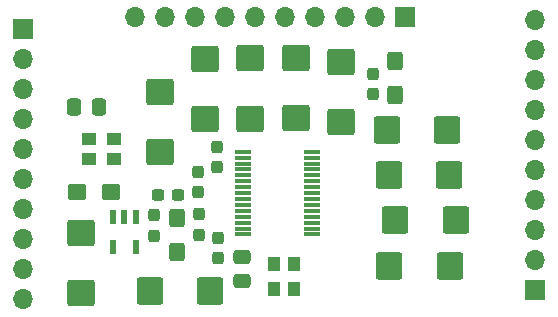
<source format=gbr>
G04 #@! TF.GenerationSoftware,KiCad,Pcbnew,(6.0.5)*
G04 #@! TF.CreationDate,2023-01-29T16:22:37-08:00*
G04 #@! TF.ProjectId,PCM1863,50434d31-3836-4332-9e6b-696361645f70,rev?*
G04 #@! TF.SameCoordinates,Original*
G04 #@! TF.FileFunction,Soldermask,Top*
G04 #@! TF.FilePolarity,Negative*
%FSLAX46Y46*%
G04 Gerber Fmt 4.6, Leading zero omitted, Abs format (unit mm)*
G04 Created by KiCad (PCBNEW (6.0.5)) date 2023-01-29 16:22:37*
%MOMM*%
%LPD*%
G01*
G04 APERTURE LIST*
G04 Aperture macros list*
%AMRoundRect*
0 Rectangle with rounded corners*
0 $1 Rounding radius*
0 $2 $3 $4 $5 $6 $7 $8 $9 X,Y pos of 4 corners*
0 Add a 4 corners polygon primitive as box body*
4,1,4,$2,$3,$4,$5,$6,$7,$8,$9,$2,$3,0*
0 Add four circle primitives for the rounded corners*
1,1,$1+$1,$2,$3*
1,1,$1+$1,$4,$5*
1,1,$1+$1,$6,$7*
1,1,$1+$1,$8,$9*
0 Add four rect primitives between the rounded corners*
20,1,$1+$1,$2,$3,$4,$5,0*
20,1,$1+$1,$4,$5,$6,$7,0*
20,1,$1+$1,$6,$7,$8,$9,0*
20,1,$1+$1,$8,$9,$2,$3,0*%
G04 Aperture macros list end*
%ADD10R,0.600000X1.150000*%
%ADD11RoundRect,0.250000X-0.537500X-0.425000X0.537500X-0.425000X0.537500X0.425000X-0.537500X0.425000X0*%
%ADD12RoundRect,0.250000X-0.925000X0.875000X-0.925000X-0.875000X0.925000X-0.875000X0.925000X0.875000X0*%
%ADD13RoundRect,0.250000X-0.425000X0.537500X-0.425000X-0.537500X0.425000X-0.537500X0.425000X0.537500X0*%
%ADD14R,1.475000X0.300000*%
%ADD15RoundRect,0.250000X0.875000X0.925000X-0.875000X0.925000X-0.875000X-0.925000X0.875000X-0.925000X0*%
%ADD16RoundRect,0.237500X0.237500X-0.300000X0.237500X0.300000X-0.237500X0.300000X-0.237500X-0.300000X0*%
%ADD17RoundRect,0.237500X-0.237500X0.300000X-0.237500X-0.300000X0.237500X-0.300000X0.237500X0.300000X0*%
%ADD18R,1.700000X1.700000*%
%ADD19O,1.700000X1.700000*%
%ADD20RoundRect,0.250000X0.925000X-0.875000X0.925000X0.875000X-0.925000X0.875000X-0.925000X-0.875000X0*%
%ADD21RoundRect,0.250000X-0.475000X0.337500X-0.475000X-0.337500X0.475000X-0.337500X0.475000X0.337500X0*%
%ADD22R,1.300000X1.100000*%
%ADD23RoundRect,0.237500X-0.300000X-0.237500X0.300000X-0.237500X0.300000X0.237500X-0.300000X0.237500X0*%
%ADD24R,1.100000X1.300000*%
%ADD25RoundRect,0.250000X0.337500X0.475000X-0.337500X0.475000X-0.337500X-0.475000X0.337500X-0.475000X0*%
G04 APERTURE END LIST*
D10*
G04 #@! TO.C,IC1*
X81500000Y-112650000D03*
X80550000Y-112650000D03*
X79600000Y-112650000D03*
X79600000Y-115150000D03*
X81500000Y-115150000D03*
G04 #@! TD*
D11*
G04 #@! TO.C,C6*
X76525000Y-110500000D03*
X79400000Y-110500000D03*
G04 #@! TD*
D12*
G04 #@! TO.C,C14*
X98900000Y-99500000D03*
X98900000Y-104600000D03*
G04 #@! TD*
G04 #@! TO.C,C18*
X91200000Y-99200000D03*
X91200000Y-104300000D03*
G04 #@! TD*
D13*
G04 #@! TO.C,C11*
X103500000Y-99425000D03*
X103500000Y-102300000D03*
G04 #@! TD*
D14*
G04 #@! TO.C,U1*
X90562000Y-107100000D03*
X90562000Y-107600000D03*
X90562000Y-108100000D03*
X90562000Y-108600000D03*
X90562000Y-109100000D03*
X90562000Y-109600000D03*
X90562000Y-110100000D03*
X90562000Y-110600000D03*
X90562000Y-111100000D03*
X90562000Y-111600000D03*
X90562000Y-112100000D03*
X90562000Y-112600000D03*
X90562000Y-113100000D03*
X90562000Y-113600000D03*
X90562000Y-114100000D03*
X96438000Y-114100000D03*
X96438000Y-113600000D03*
X96438000Y-113100000D03*
X96438000Y-112600000D03*
X96438000Y-112100000D03*
X96438000Y-111600000D03*
X96438000Y-111100000D03*
X96438000Y-110600000D03*
X96438000Y-110100000D03*
X96438000Y-109600000D03*
X96438000Y-109100000D03*
X96438000Y-108600000D03*
X96438000Y-108100000D03*
X96438000Y-107600000D03*
X96438000Y-107100000D03*
G04 #@! TD*
D15*
G04 #@! TO.C,C20*
X107900000Y-105300000D03*
X102800000Y-105300000D03*
G04 #@! TD*
D16*
G04 #@! TO.C,C15*
X88500000Y-116100000D03*
X88500000Y-114375000D03*
G04 #@! TD*
D17*
G04 #@! TO.C,C10*
X88400000Y-106675000D03*
X88400000Y-108400000D03*
G04 #@! TD*
D12*
G04 #@! TO.C,C8*
X83600000Y-102000000D03*
X83600000Y-107100000D03*
G04 #@! TD*
D18*
G04 #@! TO.C,J1*
X72000000Y-96740000D03*
D19*
X72000000Y-99280000D03*
X72000000Y-101820000D03*
X72000000Y-104360000D03*
X72000000Y-106900000D03*
X72000000Y-109440000D03*
X72000000Y-111980000D03*
X72000000Y-114520000D03*
X72000000Y-117060000D03*
X72000000Y-119600000D03*
G04 #@! TD*
D20*
G04 #@! TO.C,C5*
X76900000Y-119100000D03*
X76900000Y-114000000D03*
G04 #@! TD*
D18*
G04 #@! TO.C,J3*
X115300000Y-118800000D03*
D19*
X115300000Y-116260000D03*
X115300000Y-113720000D03*
X115300000Y-111180000D03*
X115300000Y-108640000D03*
X115300000Y-106100000D03*
X115300000Y-103560000D03*
X115300000Y-101020000D03*
X115300000Y-98480000D03*
X115300000Y-95940000D03*
G04 #@! TD*
D16*
G04 #@! TO.C,C4*
X83100000Y-112475000D03*
X83100000Y-114200000D03*
G04 #@! TD*
D17*
G04 #@! TO.C,C9*
X86900000Y-112400000D03*
X86900000Y-114125000D03*
G04 #@! TD*
D21*
G04 #@! TO.C,C17*
X90500000Y-116000000D03*
X90500000Y-118075000D03*
G04 #@! TD*
D22*
G04 #@! TO.C,Y1*
X77550000Y-107700000D03*
X79650000Y-107700000D03*
X79650000Y-106050000D03*
X77550000Y-106050000D03*
G04 #@! TD*
D18*
G04 #@! TO.C,J2*
X104300000Y-95700000D03*
D19*
X101760000Y-95700000D03*
X99220000Y-95700000D03*
X96680000Y-95700000D03*
X94140000Y-95700000D03*
X91600000Y-95700000D03*
X89060000Y-95700000D03*
X86520000Y-95700000D03*
X83980000Y-95700000D03*
X81440000Y-95700000D03*
G04 #@! TD*
D12*
G04 #@! TO.C,C19*
X87400000Y-99250000D03*
X87400000Y-104350000D03*
G04 #@! TD*
D23*
G04 #@! TO.C,C3*
X83375000Y-110800000D03*
X85100000Y-110800000D03*
G04 #@! TD*
D15*
G04 #@! TO.C,C23*
X108100000Y-116800000D03*
X103000000Y-116800000D03*
G04 #@! TD*
D17*
G04 #@! TO.C,C13*
X101600000Y-100475000D03*
X101600000Y-102200000D03*
G04 #@! TD*
D12*
G04 #@! TO.C,C16*
X95100000Y-99150000D03*
X95100000Y-104250000D03*
G04 #@! TD*
D24*
G04 #@! TO.C,Y2*
X94900000Y-118700000D03*
X94900000Y-116600000D03*
X93250000Y-116600000D03*
X93250000Y-118700000D03*
G04 #@! TD*
D15*
G04 #@! TO.C,C22*
X108600000Y-112900000D03*
X103500000Y-112900000D03*
G04 #@! TD*
G04 #@! TO.C,C12*
X87800000Y-118900000D03*
X82700000Y-118900000D03*
G04 #@! TD*
D25*
G04 #@! TO.C,C1*
X76325000Y-103300000D03*
X78400000Y-103300000D03*
G04 #@! TD*
D13*
G04 #@! TO.C,C7*
X85000000Y-112700000D03*
X85000000Y-115575000D03*
G04 #@! TD*
D17*
G04 #@! TO.C,C2*
X86800000Y-108775000D03*
X86800000Y-110500000D03*
G04 #@! TD*
D15*
G04 #@! TO.C,C21*
X108050000Y-109100000D03*
X102950000Y-109100000D03*
G04 #@! TD*
M02*

</source>
